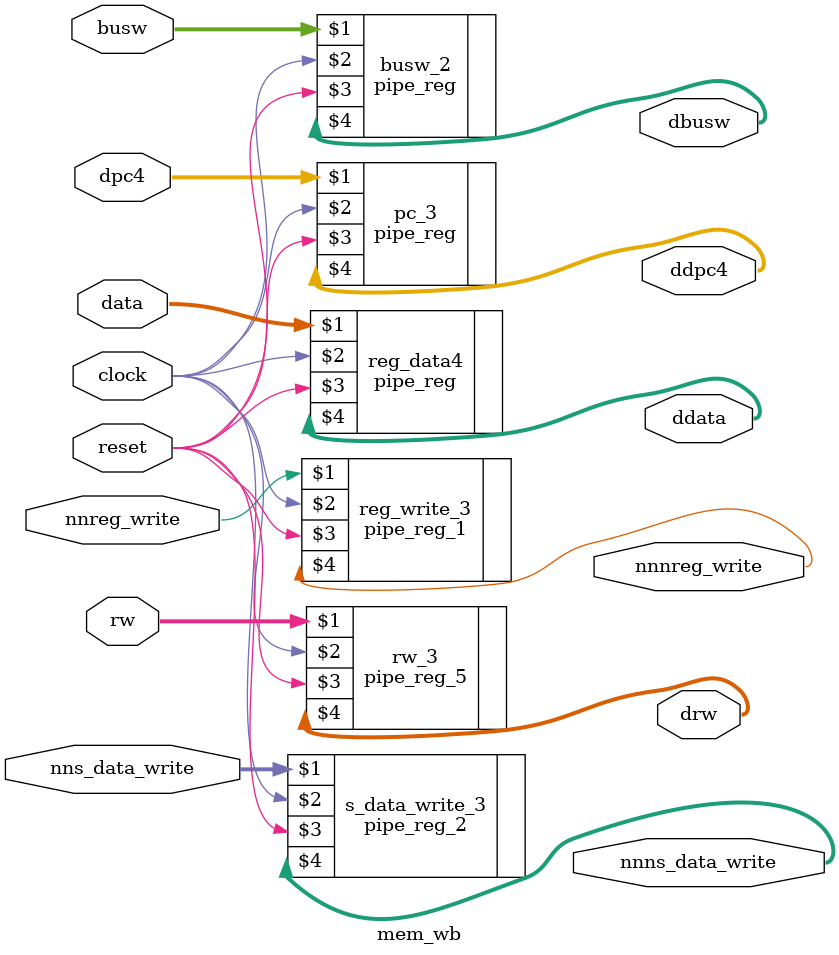
<source format=v>
`include "pipe_reg.v"
`include "pipe_reg_5.v"
`include "pipe_reg_1.v"
`include "pipe_reg_6.v"
`include "pipe_reg_2.v"

module  mem_wb(
    input clock,
	input reset,
    input [31:0] dpc4,
	input [31:0] busw,
	input [31:0] data,
	input [4:0] rw,
	input nnreg_write,
	input [1:0]nns_data_write,
	output [31:0] ddpc4,
	output [31:0] dbusw,
	output [31:0] ddata,
	output [4:0] drw,
	output nnnreg_write,
	output [1:0]nnns_data_write
	);
	
    pipe_reg pc_3(dpc4,clock,reset,ddpc4);
	pipe_reg busw_2(busw,clock,reset,dbusw);
	pipe_reg reg_data4(data,clock,reset,ddata);
	pipe_reg_5 rw_3(rw,clock,reset,drw);
	pipe_reg_1 reg_write_3(nnreg_write,clock,reset,nnnreg_write);
	pipe_reg_2 s_data_write_3(nns_data_write,clock,reset,nnns_data_write);	
endmodule 
</source>
